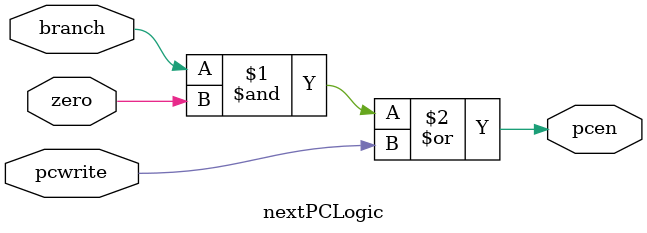
<source format=v>
module nextPCLogic (input zero,
                input branch,
            	input pcwrite,
            	output wire pcen
    );
  
  assign pcen = (branch & zero) | pcwrite;
  
endmodule

</source>
